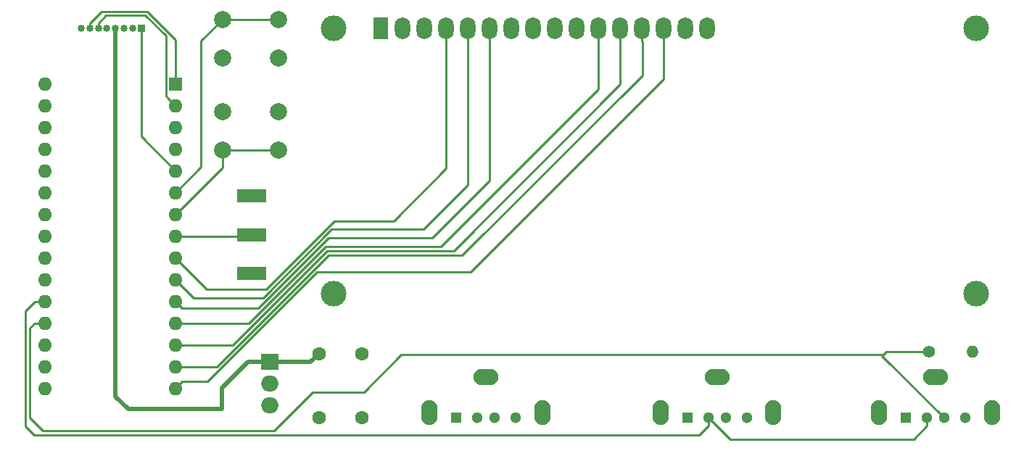
<source format=gbr>
G04 #@! TF.GenerationSoftware,KiCad,Pcbnew,5.1.2-f72e74a~80~ubuntu16.04.1*
G04 #@! TF.CreationDate,2019-04-27T11:28:23+02:00*
G04 #@! TF.ProjectId,bombasaPlaca,626f6d62-6173-4615-906c-6163612e6b69,rev?*
G04 #@! TF.SameCoordinates,Original*
G04 #@! TF.FileFunction,Copper,L1,Top*
G04 #@! TF.FilePolarity,Positive*
%FSLAX46Y46*%
G04 Gerber Fmt 4.6, Leading zero omitted, Abs format (unit mm)*
G04 Created by KiCad (PCBNEW 5.1.2-f72e74a~80~ubuntu16.04.1) date 2019-04-27 11:28:23*
%MOMM*%
%LPD*%
G04 APERTURE LIST*
%ADD10C,2.000000*%
%ADD11R,3.500000X1.500000*%
%ADD12R,1.600000X1.600000*%
%ADD13O,1.600000X1.600000*%
%ADD14O,2.000000X1.905000*%
%ADD15R,2.000000X1.905000*%
%ADD16C,1.600000*%
%ADD17O,2.900000X1.900000*%
%ADD18O,1.900000X2.900000*%
%ADD19C,1.300000*%
%ADD20R,1.300000X1.300000*%
%ADD21R,1.800000X2.600000*%
%ADD22O,1.800000X2.600000*%
%ADD23C,3.000000*%
%ADD24R,0.850000X0.850000*%
%ADD25O,0.850000X0.850000*%
%ADD26C,1.400000*%
%ADD27O,1.400000X1.400000*%
%ADD28C,0.250000*%
%ADD29C,0.500000*%
G04 APERTURE END LIST*
D10*
X191500000Y-69500000D03*
X191500000Y-74000000D03*
X185000000Y-69500000D03*
X185000000Y-74000000D03*
D11*
X188440000Y-90110000D03*
X188440000Y-99170000D03*
X188430000Y-94650000D03*
D12*
X179500000Y-77000000D03*
D13*
X164260000Y-110020000D03*
X179500000Y-79540000D03*
X164260000Y-107480000D03*
X179500000Y-82080000D03*
X164260000Y-104940000D03*
X179500000Y-84620000D03*
X164260000Y-102400000D03*
X179500000Y-87160000D03*
X164260000Y-99860000D03*
X179500000Y-89700000D03*
X164260000Y-97320000D03*
X179500000Y-92240000D03*
X164260000Y-94780000D03*
X179500000Y-94780000D03*
X164260000Y-92240000D03*
X179500000Y-97320000D03*
X164260000Y-89700000D03*
X179500000Y-99860000D03*
X164260000Y-87160000D03*
X179500000Y-102400000D03*
X164260000Y-84620000D03*
X179500000Y-104940000D03*
X164260000Y-82080000D03*
X179500000Y-107480000D03*
X164260000Y-79540000D03*
X179500000Y-110020000D03*
X164260000Y-77000000D03*
X179500000Y-112560000D03*
X164260000Y-112560000D03*
D10*
X191500000Y-80250000D03*
X191500000Y-84750000D03*
X185000000Y-80250000D03*
X185000000Y-84750000D03*
D14*
X190500000Y-114580000D03*
X190500000Y-112040000D03*
D15*
X190500000Y-109500000D03*
D16*
X201250000Y-108500000D03*
X196250000Y-108500000D03*
X201250000Y-116000000D03*
X196250000Y-116000000D03*
D17*
X215750000Y-111220000D03*
D18*
X222320000Y-115400000D03*
X209180000Y-115400000D03*
D19*
X219250000Y-116000000D03*
X216750000Y-116000000D03*
X214750000Y-116000000D03*
D20*
X212250000Y-116000000D03*
D21*
X203500000Y-70500000D03*
D22*
X206040000Y-70500000D03*
X208580000Y-70500000D03*
X211120000Y-70500000D03*
X213660000Y-70500000D03*
X216200000Y-70500000D03*
X218740000Y-70500000D03*
X221280000Y-70500000D03*
X223820000Y-70500000D03*
X226360000Y-70500000D03*
X228900000Y-70500000D03*
X231440000Y-70500000D03*
X233980000Y-70500000D03*
X236520000Y-70500000D03*
X239060000Y-70500000D03*
X241600000Y-70500000D03*
D23*
X198000900Y-70500000D03*
X198000900Y-101500700D03*
X272999480Y-101500700D03*
X273000000Y-70500000D03*
D20*
X264750000Y-116000000D03*
D19*
X267250000Y-116000000D03*
X269250000Y-116000000D03*
X271750000Y-116000000D03*
D18*
X261680000Y-115400000D03*
X274820000Y-115400000D03*
D17*
X268250000Y-111220000D03*
D24*
X175500000Y-70500000D03*
D25*
X174500000Y-70500000D03*
X173500000Y-70500000D03*
X172500000Y-70500000D03*
X171500000Y-70500000D03*
X170500000Y-70500000D03*
X169500000Y-70500000D03*
X168500000Y-70500000D03*
D26*
X267500000Y-108250000D03*
D27*
X272580000Y-108250000D03*
D20*
X239250000Y-116000000D03*
D19*
X241750000Y-116000000D03*
X243750000Y-116000000D03*
X246250000Y-116000000D03*
D18*
X236180000Y-115400000D03*
X249320000Y-115400000D03*
D17*
X242750000Y-111220000D03*
D28*
X216200000Y-70100000D02*
X216200000Y-70500000D01*
X180299999Y-103199999D02*
X189163591Y-103199999D01*
X179500000Y-102400000D02*
X180299999Y-103199999D01*
X189163591Y-103199999D02*
X197363590Y-95000000D01*
X197363590Y-95000000D02*
X209500000Y-95000000D01*
X216200000Y-88300000D02*
X216200000Y-70500000D01*
X209500000Y-95000000D02*
X216200000Y-88300000D01*
X267250000Y-116919238D02*
X265669238Y-118500000D01*
X267250000Y-116000000D02*
X267250000Y-116919238D01*
X244250000Y-118500000D02*
X241750000Y-116000000D01*
X265669238Y-118500000D02*
X244250000Y-118500000D01*
X163100000Y-102400000D02*
X164260000Y-102400000D01*
X241750000Y-116919238D02*
X240669238Y-118000000D01*
X241750000Y-116000000D02*
X241750000Y-116919238D01*
X162000000Y-117000000D02*
X162000000Y-103500000D01*
X163000000Y-118000000D02*
X162000000Y-117000000D01*
X240669238Y-118000000D02*
X163000000Y-118000000D01*
X162000000Y-103500000D02*
X163100000Y-102400000D01*
X269250000Y-116000000D02*
X262000000Y-108750000D01*
X262500000Y-108250000D02*
X267500000Y-108250000D01*
X262125000Y-108625000D02*
X262500000Y-108250000D01*
X262000000Y-108750000D02*
X262125000Y-108625000D01*
X162500000Y-116000000D02*
X162500000Y-105500000D01*
X205875000Y-108625000D02*
X201500000Y-113000000D01*
X262125000Y-108625000D02*
X205875000Y-108625000D01*
X163060000Y-104940000D02*
X164260000Y-104940000D01*
X201500000Y-113000000D02*
X195500000Y-113000000D01*
X191000000Y-117500000D02*
X164000000Y-117500000D01*
X164000000Y-117500000D02*
X162500000Y-116000000D01*
X162500000Y-105500000D02*
X163060000Y-104940000D01*
X195500000Y-113000000D02*
X191000000Y-117500000D01*
X179970000Y-95250000D02*
X179500000Y-94780000D01*
X188300000Y-94780000D02*
X188430000Y-94650000D01*
X179500000Y-94780000D02*
X188300000Y-94780000D01*
X175500000Y-83160000D02*
X175500000Y-70500000D01*
X179500000Y-87160000D02*
X175500000Y-83160000D01*
X179500000Y-97320000D02*
X183180000Y-101000000D01*
X190090770Y-101000000D02*
X198090770Y-93000000D01*
X183180000Y-101000000D02*
X190090770Y-101000000D01*
X198090770Y-93000000D02*
X205000000Y-93000000D01*
X211120000Y-86880000D02*
X211120000Y-70500000D01*
X205000000Y-93000000D02*
X211120000Y-86880000D01*
X213660000Y-70500000D02*
X213660000Y-88840000D01*
X213660000Y-88840000D02*
X208500000Y-94000000D01*
X197727180Y-94000000D02*
X189727180Y-102000000D01*
X208500000Y-94000000D02*
X197727180Y-94000000D01*
X181640000Y-102000000D02*
X179500000Y-99860000D01*
X189727180Y-102000000D02*
X181640000Y-102000000D01*
X179500000Y-89700000D02*
X182500000Y-86700000D01*
X182500000Y-72000000D02*
X185000000Y-69500000D01*
X182500000Y-86700000D02*
X182500000Y-72000000D01*
X185000000Y-69500000D02*
X191500000Y-69500000D01*
X185000000Y-86740000D02*
X179500000Y-92240000D01*
X185000000Y-84750000D02*
X185000000Y-86740000D01*
X186414213Y-84750000D02*
X191500000Y-84750000D01*
X185000000Y-84750000D02*
X186414213Y-84750000D01*
X178700001Y-78740001D02*
X179500000Y-79540000D01*
X170500000Y-69898960D02*
X171398960Y-69000000D01*
X171398960Y-69000000D02*
X176000000Y-69000000D01*
X176000000Y-69000000D02*
X178374999Y-71374999D01*
X170500000Y-70500000D02*
X170500000Y-69898960D01*
X178374999Y-71374999D02*
X178374999Y-78414999D01*
X178374999Y-78414999D02*
X178700001Y-78740001D01*
X169500000Y-69898960D02*
X169500000Y-70500000D01*
X176186400Y-68549990D02*
X170848970Y-68549990D01*
X179500000Y-71863590D02*
X176186400Y-68549990D01*
X170848970Y-68549990D02*
X169500000Y-69898960D01*
X179500000Y-77000000D02*
X179500000Y-71863590D01*
X236520000Y-76480000D02*
X236520000Y-70500000D01*
X214000000Y-99000000D02*
X236520000Y-76480000D01*
X196000000Y-99000000D02*
X214000000Y-99000000D01*
X183239999Y-111760001D02*
X196000000Y-99000000D01*
X179500000Y-112560000D02*
X180299999Y-111760001D01*
X180299999Y-111760001D02*
X183239999Y-111760001D01*
X233980000Y-72050000D02*
X234000000Y-72070000D01*
X233980000Y-70500000D02*
X233980000Y-72050000D01*
X234000000Y-72070000D02*
X234000000Y-76000000D01*
X234000000Y-76000000D02*
X213000000Y-97000000D01*
X184343590Y-110020000D02*
X180631370Y-110020000D01*
X180631370Y-110020000D02*
X179500000Y-110020000D01*
X213000000Y-97000000D02*
X197363590Y-97000000D01*
X197363590Y-97000000D02*
X184343590Y-110020000D01*
X186247180Y-107480000D02*
X184980000Y-107480000D01*
X184980000Y-107480000D02*
X185020000Y-107480000D01*
X179500000Y-107480000D02*
X184980000Y-107480000D01*
X231440000Y-70500000D02*
X231440000Y-77060000D01*
X231440000Y-77060000D02*
X212000000Y-96500000D01*
X212000000Y-96500000D02*
X197227180Y-96500000D01*
X197227180Y-96500000D02*
X186247180Y-107480000D01*
X228900000Y-70100000D02*
X228900000Y-70500000D01*
X179500000Y-104940000D02*
X188060000Y-104940000D01*
X188060000Y-104940000D02*
X197000000Y-96000000D01*
X197000000Y-96000000D02*
X210500000Y-96000000D01*
X228900000Y-77600000D02*
X228900000Y-70500000D01*
X210500000Y-96000000D02*
X228900000Y-77600000D01*
X172500000Y-71101040D02*
X172500000Y-70500000D01*
D29*
X195250000Y-109500000D02*
X196250000Y-108500000D01*
X190500000Y-109500000D02*
X195250000Y-109500000D01*
D28*
X190500000Y-109500000D02*
X190452500Y-109500000D01*
D29*
X188000000Y-109500000D02*
X190500000Y-109500000D01*
X184952500Y-112547500D02*
X188000000Y-109500000D01*
X184952500Y-115000000D02*
X184952500Y-112547500D01*
X174000000Y-115000000D02*
X184952500Y-115000000D01*
X172500000Y-70500000D02*
X172500000Y-113500000D01*
X172500000Y-113500000D02*
X174000000Y-115000000D01*
M02*

</source>
